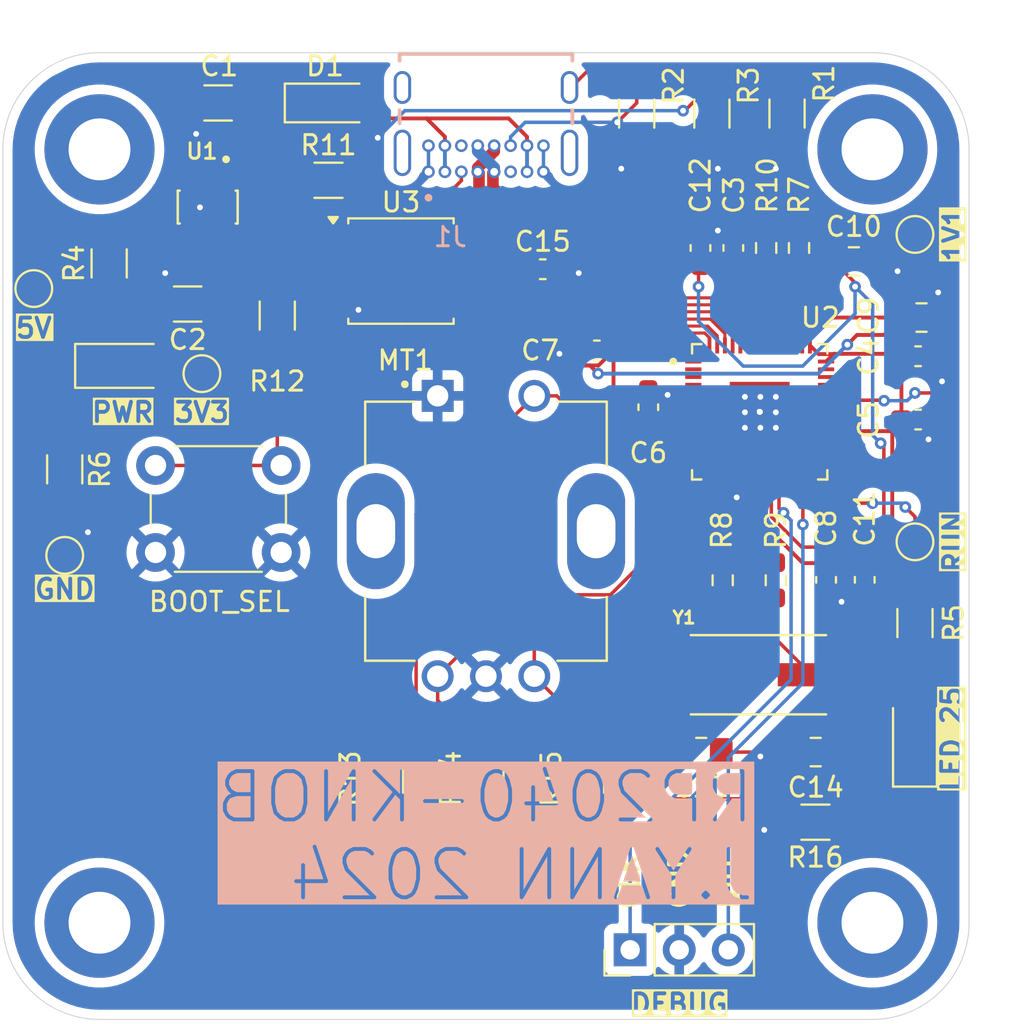
<source format=kicad_pcb>
(kicad_pcb (version 20240108) (generator "pcbnew") (generator_version "8.0")
  (layers (0 "F.Cu" signal) (31 "B.Cu" signal) (34 "B.Paste" user) (35 "F.Paste" user) (36 "B.SilkS" user "B.Silkscreen") (37 "F.SilkS" user "F.Silkscreen") (38 "B.Mask" user) (39 "F.Mask" user) (44 "Edge.Cuts" user))
  (net 0 "")
  (net 1 "+5V")
  (net 2 "GND")
  (net 3 "+3V3")
  (net 4 "+1V1")
  (net 5 "XIN")
  (net 6 "Net-(C14-Pad2)")
  (net 7 "Net-(D2-A)")
  (net 8 "Net-(D2-K)")
  (net 9 "Net-(D3-K)")
  (net 12 "USB_D-")
  (net 13 "USB_D+")
  (net 14 "Net-(J1-CC2)")
  (net 16 "Net-(J1-CC1)")
  (net 17 "Net-(J2-Pin_3)")
  (net 18 "Net-(J2-Pin_1)")
  (net 19 "ROT_A")
  (net 20 "ROT_B")
  (net 23 "ROT_SW")
  (net 24 "Net-(U1-EN)")
  (net 25 "Net-(U2-RUN)")
  (net 26 "Net-(U2-USB_DM)")
  (net 27 "XOUT")
  (net 28 "Net-(U2-USB_DP)")
  (net 29 "QSPI_CS")
  (net 30 "Net-(R12-Pad1)")
  (net 33 "QSPI_SD3")
  (net 38 "QSPI_SD2")
  (net 39 "QSPI_SD0")
  (net 46 "QSPI_SD1")
  (net 50 "QSPI_SCLK")
  (net 57 "VBUS")
  (net 63 "Net-(J1-SHELL__1)")
  (footprint "2040KNOB-Footprints:XDCR_PEC11R-4215F-S0024" (layer "F.Cu") (at 225 74.75)
    (property "Reference" "MT1")
    (property "Value" "PEC11R-4215F-S0024")
  )
  (footprint "Resistor_SMD:R_1206_3216Metric_Pad1.30x1.75mm_HandSolder" (layer "F.Cu") (at 225 87.55 90)
    (property "Reference" "R14")
    (property "Value" "1k")
  )
  (footprint "TestPoint:TestPoint_Pad_D1.5mm" (layer "F.Cu") (at 201.6 62.2)
    (property "Reference" "TP4" (hide yes))
    (property "Value" "5V")
  )
  (footprint "Capacitor_SMD:C_1206_3216Metric_Pad1.33x1.80mm_HandSolder" (layer "F.Cu") (at 211.1375 52.6 180)
    (property "Reference" "C1")
    (property "Value" "1uF")
  )
  (footprint "2040KNOB-Footprints:SOT95P285X140-5N" (layer "F.Cu") (at 210.6 57.985 -90)
    (property "Reference" "U1")
    (property "Value" "AP2112K-3.3TRG1")
  )
  (footprint "Resistor_SMD:R_1206_3216Metric_Pad1.30x1.75mm_HandSolder" (layer "F.Cu") (at 247.2 79.5 -90)
    (property "Reference" "R5")
    (property "Value" "10k")
  )
  (footprint "Resistor_SMD:R_0603_1608Metric_Pad0.98x0.95mm_HandSolder" (layer "F.Cu") (at 239.5 60.1 90)
    (property "Reference" "R10")
    (property "Value" "27.4")
  )
  (footprint "Connector_PinHeader_2.54mm:PinHeader_1x03_P2.54mm_Vertical" (layer "F.Cu") (at 232.46 96.4 90)
    (property "Reference" "J2" (hide yes))
    (property "Value" "DEBUG")
  )
  (footprint "Resistor_SMD:R_1206_3216Metric_Pad1.30x1.75mm_HandSolder" (layer "F.Cu") (at 205.5 60.9 90)
    (property "Reference" "R4")
    (property "Value" "10k")
  )
  (footprint "Resistor_SMD:R_1206_3216Metric_Pad1.30x1.75mm_HandSolder" (layer "F.Cu") (at 232.8 53.15 -90)
    (property "Reference" "R2")
    (property "Value" "5.1k")
  )
  (footprint "Capacitor_SMD:C_0603_1608Metric_Pad1.08x0.95mm_HandSolder" (layer "F.Cu") (at 247.3625 68.975)
    (property "Reference" "C5")
    (property "Value" "100n")
  )
  (footprint "MountingHole:MountingHole_3.2mm_M3_ISO7380_Pad" (layer "F.Cu") (at 205 55)
    (property "Reference" "H2" (hide yes))
    (property "Value" "MountingHole")
  )
  (footprint "Resistor_SMD:R_0603_1608Metric_Pad0.98x0.95mm_HandSolder" (layer "F.Cu") (at 241.2 60.1 90)
    (property "Reference" "R7")
    (property "Value" "27.4")
  )
  (footprint "Resistor_SMD:R_1206_3216Metric_Pad1.30x1.75mm_HandSolder" (layer "F.Cu") (at 203.2 71.55 -90)
    (property "Reference" "R6")
    (property "Value" "470")
  )
  (footprint "Resistor_SMD:R_1206_3216Metric_Pad1.30x1.75mm_HandSolder" (layer "F.Cu") (at 219.8 87.55 90)
    (property "Reference" "R13")
    (property "Value" "1k")
  )
  (footprint "2040KNOB-Footprints:XTAL_ABLS7M-12.000MHZ-B-2-T" (layer "F.Cu") (at 239.1 82.175)
    (property "Reference" "Y1")
    (property "Value" "12MHz")
  )
  (footprint "Capacitor_SMD:C_0603_1608Metric_Pad1.08x0.95mm_HandSolder" (layer "F.Cu") (at 227.9375 61.2)
    (property "Reference" "C15")
    (property "Value" "100n")
  )
  (footprint "Button_Switch_THT:SW_PUSH_6mm" (layer "F.Cu") (at 214.4 75.85 180)
    (property "Reference" "SW1" (hide yes))
    (property "Value" "BOOT_SEL")
  )
  (footprint "Capacitor_SMD:C_0603_1608Metric_Pad1.08x0.95mm_HandSolder" (layer "F.Cu") (at 244.6 77.2625 -90)
    (property "Reference" "C11")
    (property "Value" "100n")
  )
  (footprint "Resistor_SMD:R_1206_3216Metric_Pad1.30x1.75mm_HandSolder" (layer "F.Cu") (at 214.2 63.6 90)
    (property "Reference" "R12")
    (property "Value" "1k")
  )
  (footprint "Resistor_SMD:R_0603_1608Metric_Pad0.98x0.95mm_HandSolder" (layer "F.Cu") (at 237.25 77.2875 90)
    (property "Reference" "R8")
    (property "Value" "DNP")
  )
  (footprint "Diode_SMD:D_SOD-123F" (layer "F.Cu") (at 216.8 52.6)
    (property "Reference" "D1")
    (property "Value" "MBR1020VL")
  )
  (footprint "Capacitor_SMD:C_0603_1608Metric_Pad1.08x0.95mm_HandSolder" (layer "F.Cu") (at 237.8 60.1 90)
    (property "Reference" "C3")
    (property "Value" "100n")
  )
  (footprint "TestPoint:TestPoint_Pad_D1.5mm" (layer "F.Cu") (at 247.2 75.3)
    (property "Reference" "TP1" (hide yes))
    (property "Value" "RUN")
  )
  (footprint "MountingHole:MountingHole_3.2mm_M3_ISO7380_Pad" (layer "F.Cu") (at 205 95)
    (property "Reference" "H3" (hide yes))
    (property "Value" "MountingHole")
  )
  (footprint "Capacitor_SMD:C_1206_3216Metric_Pad1.33x1.80mm_HandSolder" (layer "F.Cu") (at 209.5625 63 180)
    (property "Reference" "C2")
    (property "Value" "1uF")
  )
  (footprint "Capacitor_SMD:C_0805_2012Metric_Pad1.18x1.45mm_HandSolder" (layer "F.Cu") (at 247.5375 63.7 180)
    (property "Reference" "C9")
    (property "Value" "1uF")
  )
  (footprint "TestPoint:TestPoint_Pad_D1.5mm" (layer "F.Cu") (at 210.3 66.6)
    (property "Reference" "TP3" (hide yes))
    (property "Value" "3V3")
  )
  (footprint "Capacitor_SMD:C_0603_1608Metric_Pad1.08x0.95mm_HandSolder" (layer "F.Cu") (at 230.7375 65.4 180)
    (property "Reference" "C7")
    (property "Value" "100n")
  )
  (footprint "Resistor_SMD:R_1206_3216Metric_Pad1.30x1.75mm_HandSolder" (layer "F.Cu") (at 242.05 89.8 180)
    (property "Reference" "R16")
    (property "Value" "470")
  )
  (footprint "TestPoint:TestPoint_Pad_D1.5mm" (layer "F.Cu") (at 247.2 59.4)
    (property "Reference" "TP2" (hide yes))
    (property "Value" "1V1")
  )
  (footprint "MountingHole:MountingHole_3.2mm_M3_ISO7380_Pad" (layer "F.Cu") (at 245 55)
    (property "Reference" "H1" (hide yes))
    (property "Value" "MountingHole")
  )
  (footprint "LED_SMD:LED_1206_3216Metric_Pad1.42x1.75mm_HandSolder" (layer "F.Cu") (at 247.2 85.5 90)
    (property "Reference" "D2" (hide yes))
    (property "Value" "LED_25")
  )
  (footprint "TestPoint:TestPoint_Pad_D1.5mm" (layer "F.Cu") (at 203.2 76)
    (property "Reference" "TP5" (hide yes))
    (property "Value" "GND")
  )
  (footprint "2040KNOB-Footprints:QFN40P700X700X90-57N" (layer "F.Cu") (at 239.165 68.575)
    (property "Reference" "U2")
    (property "Value" "SC0914_13_")
  )
  (footprint "LED_SMD:LED_1206_3216Metric_Pad1.42x1.75mm_HandSolder" (layer "F.Cu") (at 206.2 66.2)
    (property "Reference" "D3" (hide yes))
    (property "Value" "PWR")
  )
  (footprint "Resistor_SMD:R_1206_3216Metric_Pad1.30x1.75mm_HandSolder" (layer "F.Cu") (at 240.58 53.15 -90)
    (property "Reference" "R1")
    (property "Value" "1M")
  )
  (footprint "Capacitor_SMD:C_0603_1608Metric_Pad1.08x0.95mm_HandSolder" (layer "F.Cu") (at 247.3625 65.7)
    (property "Reference" "C4")
    (property "Value" "100n")
  )
  (footprint "Resistor_SMD:R_0603_1608Metric_Pad0.98x0.95mm_HandSolder" (layer "F.Cu") (at 240 77.2875 90)
    (property "Reference" "R9")
    (property "Value" "1k")
  )
  (footprint "Resistor_SMD:R_1206_3216Metric_Pad1.30x1.75mm_HandSolder" (layer "F.Cu") (at 216.85 56.6)
    (property "Reference" "R11")
    (property "Value" "10k")
  )
  (footprint "Package_SO:SOIC-8_5.23x5.23mm_P1.27mm" (layer "F.Cu") (at 220.6 61.295)
    (property "Reference" "U3")
    (property "Value" "W25Q16JVSS")
  )
  (footprint "Resistor_SMD:R_1206_3216Metric_Pad1.30x1.75mm_HandSolder" (layer "F.Cu") (at 236.69 53.15 -90)
    (property "Reference" "R3")
    (property "Value" "5.1k")
  )
  (footprint "Capacitor_SMD:C_0805_2012Metric_Pad1.18x1.45mm_HandSolder" (layer "F.Cu") (at 244.0375 60.8 180)
    (property "Reference" "C10")
    (property "Value" "1uF")
  )
  (footprint "MountingHole:MountingHole_3.2mm_M3_ISO7380_Pad" (layer "F.Cu") (at 245 95)
    (property "Reference" "H4" (hide yes))
    (property "Value" "MountingHole")
  )
  (footprint "Capacitor_SMD:C_0805_2012Metric_Pad1.18x1.45mm_HandSolder" (layer "F.Cu") (at 242.0625 86.175)
    (property "Reference" "C14")
    (property "Value" "27pF")
  )
  (footprint "Capacitor_SMD:C_0603_1608Metric_Pad1.08x0.95mm_HandSolder" (layer "F.Cu") (at 233.4 68.3375 90)
    (property "Reference" "C6")
    (property "Value" "100n")
  )
  (footprint "Capacitor_SMD:C_0805_2012Metric_Pad1.18x1.45mm_HandSolder" (layer "F.Cu") (at 236.1375 86.175 180)
    (property "Reference" "C13")
    (property "Value" "29pF")
  )
  (footprint "Resistor_SMD:R_1206_3216Metric_Pad1.30x1.75mm_HandSolder" (layer "F.Cu") (at 230.2 87.55 90)
    (property "Reference" "R15")
    (property "Value" "1k")
  )
  (footprint "Capacitor_SMD:C_0603_1608Metric_Pad1.08x0.95mm_HandSolder" (layer "F.Cu") (at 236.1 60.1 90)
    (property "Reference" "C12")
    (property "Value" "100n")
  )
  (footprint "Capacitor_SMD:C_0603_1608Metric_Pad1.08x0.95mm_HandSolder" (layer "F.Cu") (at 242.6 77.2625 -90)
    (property "Reference" "C8")
    (property "Value" "100n")
  )
  (footprint "USB4085_GF_A:GCT_USB4085-GF-A_REVB" (layer "B.Cu") (at 225 51.8)
    (property "Reference" "J1")
    (property "Value" "USB4085-GF-A_REVB")
  )
  (gr_arc (start 205 100) (mid 201.464466 98.535534) (end 200 95) (stroke (width 0.05)) (layer "Edge.Cuts"))
  (gr_line (start 250 95) (end 250 55) (stroke (width 0.05)) (layer "Edge.Cuts"))
  (gr_arc (start 250 95) (mid 248.535534 98.535534) (end 245 100) (stroke (width 0.05)) (layer "Edge.Cuts"))
  (gr_arc (start 245 50) (mid 248.535534 51.464466) (end 250 55) (stroke (width 0.05)) (layer "Edge.Cuts"))
  (gr_arc (start 200 55) (mid 201.464466 51.464466) (end 205 50) (stroke (width 0.05)) (layer "Edge.Cuts"))
  (gr_line (start 200 55) (end 200 95) (stroke (width 0.05)) (layer "Edge.Cuts"))
  (gr_line (start 205 100) (end 245 100) (stroke (width 0.05)) (layer "Edge.Cuts"))
  (gr_line (start 245 50) (end 205 50) (stroke (width 0.05)) (layer "Edge.Cuts"))
  (gr_text "RP2040-KNOB\nJ.YANN 2024" (at 239 94 0) (layer "B.SilkS" knockout) (effects (font (size 2.5 2.5) (thickness 0.2) (bold yes)) (justify left bottom mirror)))
  (gr_text "CLK" (at 233 94.4 90) (layer "F.SilkS") (effects (font (size 1 1) (thickness 0.2) (bold yes)) (justify left bottom)))
  (gr_text "GND" (at 235.6 94.4 90) (layer "F.SilkS") (effects (font (size 1 1) (thickness 0.2) (bold yes)) (justify left bottom)))
  (gr_text "DIO" (at 238.2 94.4 90) (layer "F.SilkS") (effects (font (size 1 1) (thickness 0.2) (bold yes)) (justify left bottom)))
  (segment (start 212.7 52.6) (end 212.7 55.65) (width 0.2) (layer "F.Cu") (net 1))
  (segment (start 208.255 60.145) (end 210.04915 60.145) (width 0.2) (layer "F.Cu") (net 1))
  (segment (start 205.5 62.45) (end 205.95 62.45) (width 0.2) (layer "F.Cu") (net 1))
  (segment (start 205.95 62.45) (end 208.255 60.145) (width 0.2) (layer "F.Cu") (net 1))
  (segment (start 210.8 58.224999) (end 211.55 57.474999) (width 0.2) (layer "F.Cu") (net 1))
  (segment (start 212.7 55.65) (end 211.55 56.8) (width 0.2) (layer "F.Cu") (net 1))
  (segment (start 210.8 59.39415) (end 210.8 58.224999) (width 0.2) (layer "F.Cu") (net 1))
  (segment (start 215.4 52.6) (end 212.7 52.6) (width 0.2) (layer "F.Cu") (net 1))
  (segment (start 210.04915 60.145) (end 210.8 59.39415) (width 0.2) (layer "F.Cu") (net 1))
  (segment (start 205.5 62.45) (end 201.85 62.45) (width 0.2) (layer "F.Cu") (net 1))
  (segment (start 201.85 62.45) (end 201.6 62.2) (width 0.2) (layer "F.Cu") (net 1))
  (segment (start 211.55 57.474999) (end 211.55 56.8) (width 0.2) (layer "F.Cu") (net 1))
  (segment (start 232.8 55.2) (end 232 56) (width 0.18) (layer "F.Cu") (net 2))
  (segment (start 248.575 62.575) (end 248.4 62.4) (width 0.18) (layer "F.Cu") (net 2))
  (segment (start 218.3 63.2) (end 218.4 63.3) (width 0.18) (layer "F.Cu") (net 2))
  (segment (start 232.8 54.7) (end 232.8 55.2) (width 0.18) (layer "F.Cu") (net 2))
  (segment (start 248.225 69.675) (end 247.9 70) (width 0.18) (layer "F.Cu") (net 2))
  (segment (start 210.6 56.8) (end 210.6 57.6) (width 0.18) (layer "F.Cu") (net 2))
  (segment (start 245.8 60.8) (end 246.3 61.3) (width 0.18) (layer "F.Cu") (net 2))
  (segment (start 243.675 78.125) (end 243.4 78.4) (width 0.18) (layer "F.Cu") (net 2))
  (segment (start 241.025 86.175) (end 239.425 86.175) (width 0.18) (layer "F.Cu") (net 2))
  (segment (start 240.58 54.7) (end 240.58 55.42) (width 0.18) (layer "F.Cu") (net 2))
  (segment (start 237 59.2) (end 236.1375 59.2) (width 0.18) (layer "F.Cu") (net 2))
  (segment (start 244.6 78.125) (end 243.675 78.125) (width 0.18) (layer "F.Cu") (net 2))
  (segment (start 236.69 55.69) (end 237 56) (width 0.18) (layer "F.Cu") (net 2))
  (segment (start 236.69 54.7) (end 236.69 55.69) (width 0.18) (layer "F.Cu") (net 2))
  (segment (start 237.8 59.2375) (end 237.0375 59.2375) (width 0.18) (layer "F.Cu") (net 2))
  (segment (start 209.575 53.775) (end 209.575 52.6) (width 0.18) (layer "F.Cu") (net 2))
  (segment (start 203.2 76) (end 204.4 74.8) (width 0.18) (layer "F.Cu") (net 2))
  (segment (start 237.0375 59.2375) (end 237 59.2) (width 0.18) (layer "F.Cu") (net 2))
  (segment (start 210.6 57.6) (end 210.2 58) (width 0.18) (layer "F.Cu") (net 2))
  (segment (start 238.975 86.175) (end 239.2 86.4) (width 0.18) (layer "F.Cu") (net 2))
  (segment (start 239.425 86.175) (end 239.2 86.4) (width 0.18) (layer "F.Cu") (net 2))
  (segment (start 243.125 78.125) (end 243.4 78.4) (width 0.18) (layer "F.Cu") (net 2))
  (segment (start 233.4 67.475) (end 234.175 67.475) (width 0.18) (layer "F.Cu") (net 2))
  (segment (start 228.8 61.2) (end 229.6 61.2) (width 0.18) (layer "F.Cu") (net 2))
  (segment (start 245.075 60.8) (end 245.8 60.8) (width 0.18) (layer "F.Cu") (net 2))
  (segment (start 210 54.2) (end 209.575 53.775) (width 0.18) (layer "F.Cu") (net 2))
  (segment (start 240.58 55.42) (end 240 56) (width 0.18) (layer "F.Cu") (net 2))
  (segment (start 208 63) (end 208 61.8) (width 0.18) (layer "F.Cu") (net 2))
  (segment (start 248.225 66.625) (end 248.225 65.7) (width 0.18) (layer "F.Cu") (net 2))
  (segment (start 229.875 65.4) (end 228.975 65.4) (width 0.18) (layer "F.Cu") (net 2))
  (segment (start 248.575 63.7) (end 248.575 62.575) (width 0.18) (layer "F.Cu") (net 2))
  (segment (start 234.175 67.475) (end 234.4 67.7) (width 0.18) (layer "F.Cu") (net 2))
  (segment (start 236.1375 59.2) (end 236.1 59.2375) (width 0.18) (layer "F.Cu") (net 2))
  (segment (start 238.165 72.81) (end 237.975 73) (width 0.18) (layer "F.Cu") (net 2))
  (segment (start 217 63.2) (end 218.3 63.2) (width 0.18) (layer "F.Cu") (net 2))
  (segment (start 203.2 73.1) (end 203.2 73.6) (width 0.18) (layer "F.Cu") (net 2))
  (segment (start 242.6 78.125) (end 243.125 78.125) (width 0.18) (layer "F.Cu") (net 2))
  (segment (start 228.975 65.4) (end 228.8 65.575) (width 0.18) (layer "F.Cu") (net 2))
  (segment (start 240.5 89.8) (end 239.8 89.8) (width 0.18) (layer "F.Cu") (net 2))
  (segment (start 238.165 72.01) (end 238.165 72.81) (width 0.18) (layer "F.Cu") (net 2))
  (segment (start 239.8 89.8) (end 239.4 90.2) (width 0.18) (layer "F.Cu") (net 2))
  (segment (start 203.2 73.6) (end 204.4 74.8) (width 0.18) (layer "F.Cu") (net 2))
  (segment (start 248.225 68.975) (end 248.225 69.675) (width 0.18) (layer "F.Cu") (net 2))
  (segment (start 208 61.8) (end 208.4 61.4) (width 0.18) (layer "F.Cu") (net 2))
  (segment (start 229.6 61.2) (end 229.8 61.4) (width 0.18) (layer "F.Cu") (net 2))
  (segment (start 248.6 67) (end 248.225 66.625) (width 0.18) (layer "F.Cu") (net 2))
  (segment (start 237.175 86.175) (end 238.975 86.175) (width 0.18) (layer "F.Cu") (net 2))
  (via (at 240 69.4) (size 0.6) (drill 0.3) (layers "F.Cu" "B.Cu") (net 2))
  (via (at 238.4 68.6) (size 0.6) (drill 0.3) (layers "F.Cu" "B.Cu") (net 2))
  (via (at 239.165 68.575) (size 0.6) (drill 0.3) (layers "F.Cu" "B.Cu") (net 2))
  (via (at 247.9 70) (size 0.6) (drill 0.3) (layers "F.Cu" "B.Cu") (net 2))
  (via (at 239.2 67.8) (size 0.6) (drill 0.3) (layers "F.Cu" "B.Cu") (net 2))
  (via (at 238.4 67.8) (size 0.6) (drill 0.3) (layers "F.Cu" "B.Cu") (net 2))
  (via (at 229.8 61.4) (size 0.6) (drill 0.3) (layers "F.Cu" "B.Cu") (net 2))
  (via (at 239.165 68.575) (size 0.6) (drill 0.3) (layers "F.Cu" "B.Cu") (net 2))
  (via (at 239.165 68.575) (size 0.6) (drill 0.3) (layers "F.Cu" "B.Cu") (net 2))
  (via (at 240 67.8) (size 0.6) (drill 0.3) (layers "F.Cu" "B.Cu") (net 2))
  (via (at 239.165 68.575) (size 0.6) (drill 0.3) (layers "F.Cu" "B.Cu") (net 2))
  (via (at 239.2 69.4) (size 0.6) (drill 0.3) (layers "F.Cu" "B.Cu") (net 2))
  (via (at 246.3 61.3) (size 0.6) (drill 0.3) (layers "F.Cu" "B.Cu") (net 2))
  (via (at 239.165 68.575) (size 0.6) (drill 0.3) (layers "F.Cu" "B.Cu") (net 2))
  (via (at 240 56) (size 0.6) (drill 0.3) (layers "F.Cu" "B.Cu") (net 2))
  (via (at 240 68.6) (size 0.6) (drill 0.3) (layers "F.Cu" "B.Cu") (net 2))
  (via (at 239.165 68.575) (size 0.6) (drill 0.3) (layers "F.Cu" "B.Cu") (net 2))
  (via (at 208.4 61.4) (size 0.6) (drill 0.3) (layers "F.Cu" "B.Cu") (net 2))
  (via (at 239.165 68.575) (size 0.6) (drill 0.3) (layers "F.Cu" "B.Cu") (net 2))
  (via (at 237 56) (size 0.6) (drill 0.3) (layers "F.Cu" "B.Cu") (net 2))
  (via (at 232 56) (size 0.6) (drill 0.3) (layers "F.Cu" "B.Cu") (net 2))
  (via (at 243.4 78.4) (size 0.6) (drill 0.3) (layers "F.Cu" "B.Cu") (net 2))
  (via (at 239.165 68.575) (size 0.6) (drill 0.3) (layers "F.Cu" "B.Cu") (net 2))
  (via (at 239.4 90.2) (size 0.6) (drill 0.3) (layers "F.Cu" "B.Cu") (net 2))
  (via (at 210.2 58) (size 0.6) (drill 0.3) (layers "F.Cu" "B.Cu") (net 2))
  (via (at 210 54.2) (size 0.6) (drill 0.3) (layers "F.Cu" "B.Cu") (net 2))
  (via (at 239.165 68.575) (size 0.6) (drill 0.3) (layers "F.Cu" "B.Cu") (net 2))
  (via (at 239.2 86.4) (size 0.6) (drill 0.3) (layers "F.Cu" "B.Cu") (net 2))
  (via (at 237 59.2) (size 0.6) (drill 0.3) (layers "F.Cu" "B.Cu") (net 2))
  (via (at 237.975 73) (size 0.6) (drill 0.3) (layers "F.Cu" "B.Cu") (net 2))
  (via (at 238.4 69.4) (size 0.6) (drill 0.3) (layers "F.Cu" "B.Cu") (net 2))
  (via (at 248.4 62.4) (size 0.6) (drill 0.3) (layers "F.Cu" "B.Cu") (net 2))
  (via (at 239.165 68.575) (size 0.6) (drill 0.3) (layers "F.Cu" "B.Cu") (net 2))
  (via (at 248.6 67) (size 0.6) (drill 0.3) (layers "F.Cu" "B.Cu") (net 2))
  (via (at 218.4 63.3) (size 0.6) (drill 0.3) (layers "F.Cu" "B.Cu") (net 2))
  (via (at 228.8 65.575) (size 0.6) (drill 0.3) (layers "F.Cu" "B.Cu") (net 2))
  (via (at 234.4 67.7) (size 0.6) (drill 0.3) (layers "F.Cu" "B.Cu") (net 2))
  (via (at 239.165 68.575) (size 0.6) (drill 0.3) (layers "F.Cu" "B.Cu") (net 2))
  (via (at 239.165 68.575) (size 0.6) (drill 0.3) (layers "F.Cu" "B.Cu") (net 2))
  (via (at 204.4 74.8) (size 0.6) (drill 0.3) (layers "F.Cu" "B.Cu") (net 2))
  (segment (start 222.025 56.16) (end 222.025 54.81) (width 0.18) (layer "B.Cu") (net 2))
  (segment (start 227.975 56.16) (end 227.975 54.81) (width 0.18) (layer "B.Cu") (net 2))
  (segment (start 211.55 59.17) (end 211.55 58.495001) (width 0.2) (layer "F.Cu") (net 3))
  (segment (start 243.7 65.1) (end 244.2 64.6) (width 0.2) (layer "F.Cu") (net 3))
  (segment (start 220.4 58.6) (end 225 58.6) (width 0.2) (layer "F.Cu") (net 3))
  (segment (start 246.5 68.975) (end 246.025 69.45) (width 0.2) (layer "F.Cu") (net 3))
  (segment (start 211.125 63) (end 213.859744 63) (width 0.2) (layer "F.Cu") (net 3))
  (segment (start 235.155 65.4) (end 235.73 65.975) (width 0.2) (layer "F.Cu") (net 3))
  (segment (start 246.025 76.279222) (end 246.025 76.1) (width 0.2) (layer "F.Cu") (net 3))
  (segment (start 237.8 60.9625) (end 237.8 62) (width 0.2) (layer "F.Cu") (net 3))
  (segment (start 211.55 59.17) (end 211.55 62.575) (width 0.2) (layer "F.Cu") (net 3))
  (segment (start 231.6 65.4) (end 234.3 65.4) (width 0.2) (layer "F.Cu") (net 3))
  (segment (start 239.365 74.365) (end 239.365 72.01) (width 0.2) (layer "F.Cu") (net 3))
  (segment (start 217.034744 66.175) (end 230 66.175) (width 0.2) (layer "F.Cu") (net 3))
  (segment (start 233.4 69.2) (end 231.6 67.4) (width 0.2) (layer "F.Cu") (net 3))
  (segment (start 231.6 67.4) (end 231.6 65.4) (width 0.2) (layer "F.Cu") (net 3))
  (segment (start 225 58.6) (end 226.525 60.125) (width 0.2) (layer "F.Cu") (net 3))
  (segment (start 242.6 69.575) (end 245.9 69.575) (width 0.2) (layer "F.Cu") (net 3))
  (segment (start 233.4 69.2) (end 233.775 69.575) (width 0.2) (layer "F.Cu") (net 3))
  (segment (start 242.2 63.7) (end 241.365 64.535) (width 0.2) (layer "F.Cu") (net 3))
  (segment (start 241.4 76.4) (end 239.365 74.365) (width 0.2) (layer "F.Cu") (net 3))
  (segment (start 246.5 68.975) (end 246.5 65.7) (width 0.2) (layer "F.Cu") (net 3))
  (segment (start 237.8 62) (end 239.5 63.7) (width 0.2) (layer "F.Cu") (net 3))
  (segment (start 239.365 64.235) (end 239.365 65.14) (width 0.2) (layer "F.Cu") (net 3))
  (segment (start 217.2 55.4) (end 218.4 56.6) (width 0.2) (layer "F.Cu") (net 3))
  (segment (start 211.55 58.495001) (end 214.645001 55.4) (width 0.2) (layer "F.Cu") (net 3))
  (segment (start 246.025 76.1) (end 246.025 79.875) (width 0.2) (layer "F.Cu") (net 3))
  (segment (start 211.55 62.575) (end 211.125 63) (width 0.2) (layer "F.Cu") (net 3))
  (segment (start 246.375 65.575) (end 243 65.575) (width 0.2) (layer "F.Cu") (net 3))
  (segment (start 225.265 59.39) (end 224.2 59.39) (width 0.2) (layer "F.Cu") (net 3))
  (segment (start 243.9875 86.884744) (end 242.272244 88.6) (width 0.2) (layer "F.Cu") (net 3))
  (segment (start 211.125 63) (end 207.925 66.2) (width 0.2) (layer "F.Cu") (net 3))
  (segment (start 239.5 64.1) (end 239.365 64.235) (width 0.2) (layer "F.Cu") (net 3))
  (segment (start 242.2125 65.5875) (end 241.765 65.14) (width 0.2) (layer "F.Cu") (net 3))
  (segment (start 247.2 81.9) (end 243.9875 85.1125) (width 0.2) (layer "F.Cu") (net 3))
  (segment (start 243.9875 85.1125) (end 243.9875 86.884744) (width 0.2) (layer "F.Cu") (net 3))
  (segment (start 224.39 59.2) (end 224.2 59.39) (width 0.2) (layer "F.Cu") (net 3))
  (segment (start 218.4 56.6) (end 220.4 58.6) (width 0.2) (layer "F.Cu") (net 3))
  (segment (start 227.25 61.2) (end 228.325 60.125) (width 0.2) (layer "F.Cu") (net 3))
  (segment (start 239.5 63.7) (end 239.5 64.1) (width 0.2) (layer "F.Cu") (net 3))
  (segment (start 211.125 65.775) (end 210.3 66.6) (width 0.2) (layer "F.Cu") (net 3))
  (segment (start 219.8 89.1) (end 225 89.1) (width 0.2) (layer "F.Cu") (net 3))
  (segment (start 247.2 81.05) (end 247.2 81.9) (width 0.2) (layer "F.Cu") (net 3))
  (segment (start 242.9875 65.5875) (end 242.2125 65.5875) (width 0.2) (layer "F.Cu") (net 3))
  (segment (start 245.6 64.6) (end 246.5 63.7) (width 0.2) (layer "F.Cu") (net 3))
  (segment (start 230.7 88.6) (end 230.2 89.1) (width 0.2) (layer "F.Cu") (net 3))
  (segment (start 246.025 79.875) (end 247.2 81.05) (width 0.2) (layer "F.Cu") (net 3))
  (segment (start 227.075 61.2) (end 227.25 61.2) (width 0.2) (layer "F.Cu") (net 3))
  (segment (start 225 89.1) (end 230.2 89.1) (width 0.2) (layer "F.Cu") (net 3))
  (segment (start 227.075 61.2) (end 225.265 59.39) (width 0.2) (layer "F.Cu") (net 3))
  (segment (start 242.6 76.4) (end 243.4375 77.2375) (width 0.2) (layer "F.Cu") (net 3))
  (segment (start 219.8 89.1) (end 218.8 89.1) (width 0.2) (layer "F.Cu") (net 3))
  (segment (start 245.9 69.575) (end 246.5 68.975) (width 0.2) (layer "F.Cu") (net 3))
  (segment (start 242.272244 88.6) (end 230.7 88.6) (width 0.2) (layer "F.Cu") (net 3))
  (segment (start 226.525 60.125) (end 228.325 60.125) (width 0.2) (layer "F.Cu") (net 3))
  (segment (start 246.5 63.7) (end 246.5 65.7) (width 0.2) (layer "F.Cu") (net 3))
  (segment (start 211.125 63) (end 211.125 65.775) (width 0.2) (layer "F.Cu") (net 3))
  (segment (start 245.066722 77.2375) (end 246.025 76.279222) (width 0.2) (layer "F.Cu") (net 3))
  (segment (start 244.2 64.6) (end 245.6 64.6) (width 0.2) (layer "F.Cu") (net 3))
  (segment (start 230.375 66.175) (end 230.8 66.6) (width 0.2) (layer "F.Cu") (net 3))
  (segment (start 207.925 66.2) (end 207.6875 66.2) (width 0.2) (layer "F.Cu") (net 3))
  (segment (start 246.5 63.7) (end 242.2 63.7) (width 0.2) (layer "F.Cu") (net 3))
  (segment (start 246.025 69.45) (end 246.025 76.1) (width 0.2) (layer "F.Cu") (net 3))
  (segment (start 241.365 64.535) (end 241.365 65.14) (width 0.2) (layer "F.Cu") (net 3))
  (segment (start 243.4375 77.2375) (end 245.066722 77.2375) (width 0.2) (layer "F.Cu") (net 3))
  (segment (start 214.645001 55.4) (end 217.2 55.4) (width 0.2) (layer "F.Cu") (net 3))
  (segment (start 230 66.175) (end 230.825 66.175) (width 0.2) (layer "F.Cu") (net 3))
  (segment (start 239.5 64.1) (end 239.765 64.365) (width 0.2) (layer "F.Cu") (net 3))
  (segment (start 234.3 65.4) (end 235.155 65.4) (width 0.2) (layer "F.Cu") (net 3))
  (segment (start 243 65.575) (end 242.6 65.975) (width 0.2) (layer "F.Cu") (net 3))
  (segment (start 243 65.575) (end 242.9875 65.5875) (width 0.2) (layer "F.Cu") (net 3))
  (segment (start 230.825 66.175) (end 231.6 65.4) (width 0.2) (layer "F.Cu") (net 3))
  (segment (start 239.765 64.365) (end 239.765 65.14) (width 0.2) (layer "F.Cu") (net 3))
  (segment (start 205.4 68.4875) (end 207.6875 66.2) (width 0.2) (layer "F.Cu") (net 3))
  (segment (start 246.5 65.7) (end 246.375 65.575) (width 0.2) (layer "F.Cu") (net 3))
  (segment (start 242.6 76.4) (end 241.4 76.4) (width 0.2) (layer "F.Cu") (net 3))
  (segment (start 236.9625 60.125) (end 237.8 60.9625) (width 0.2) (layer "F.Cu") (net 3))
  (segment (start 233.775 69.575) (end 235.73 69.575) (width 0.2) (layer "F.Cu") (net 3))
  (segment (start 213.859744 63) (end 217.034744 66.175) (width 0.2) (layer "F.Cu") (net 3))
  (segment (start 230 66.175) (end 230.375 66.175) (width 0.2) (layer "F.Cu") (net 3))
  (segment (start 205.4 75.7) (end 205.4 68.4875) (width 0.2) (layer "F.Cu") (net 3))
  (segment (start 218.8 89.1) (end 205.4 75.7) (width 0.2) (layer "F.Cu") (net 3))
  (segment (start 228.325 60.125) (end 236.9625 60.125) (width 0.2) (layer "F.Cu") (net 3))
  (via (at 243.7 65.1) (size 0.6) (drill 0.3) (layers "F.Cu" "B.Cu") (net 3))
  (via (at 230.8 66.6) (size 0.6) (drill 0.3) (layers "F.Cu" "B.Cu") (net 3))
  (segment (start 230.8 66.6) (end 242.2 66.6) (width 0.2) (layer "B.Cu") (net 3))
  (segment (start 242.2 66.6) (end 243.7 65.1) (width 0.2) (layer "B.Cu") (net 3))
  (segment (start 244.1 61.9) (end 243 60.8) (width 0.18) (layer "F.Cu") (net 4))
  (segment (start 239.765 73.999387) (end 241.338113 75.5725) (width 0.18) (layer "F.Cu") (net 4))
  (segment (start 244.6 76.4) (end 245.59 75.41) (width 0.18) (layer "F.Cu") (net 4))
  (segment (start 243 60.8) (end 243 62.348456) (width 0.18) (layer "F.Cu") (net 4))
  (segment (start 247.2 59.4) (end 244.4 59.4) (width 0.18) (layer "F.Cu") (net 4))
  (segment (start 243.7725 75.5725) (end 244.6 76.4) (width 0.18) (layer "F.Cu") (net 4))
  (segment (start 236 62.1) (end 236 61.0625) (width 0.18) (layer "F.Cu") (net 4))
  (segment (start 244.4 59.4) (end 243 60.8) (width 0.18) (layer "F.Cu") (net 4))
  (segment (start 236 61.0625) (end 236.1 60.9625) (width 0.18) (layer "F.Cu") (net 4))
  (segment (start 245.59 70.365) (end 245.425 70.2) (width 0.18) (layer "F.Cu") (net 4))
  (segment (start 244.1 62.1) (end 244.1 61.9) (width 0.18) (layer "F.Cu") (net 4))
  (segment (start 241.338113 75.5725) (end 243.7725 75.5725) (width 0.18) (layer "F.Cu") (net 4))
  (segment (start 245.59 75.41) (end 245.59 70.365) (width 0.18) (layer "F.Cu") (net 4))
  (segment (start 243 62.348456) (end 240.965 64.383456) (width 0.18) (layer "F.Cu") (net 4))
  (segment (start 236.1 60.9625) (end 238.965 63.8275) (width 0.18) (layer "F.Cu") (net 4))
  (segment (start 238.965 63.8275) (end 238.965 65.14) (width 0.18) (layer "F.Cu") (net 4))
  (segment (start 239.765 72.01) (end 239.765 73.999387) (width 0.18) (layer "F.Cu") (net 4))
  (segment (start 240.965 64.383456) (end 240.965 65.14) (width 0.18) (layer "F.Cu") (net 4))
  (via (at 236 62.1) (size 0.6) (drill 0.3) (layers "F.Cu" "B.Cu") (net 4))
  (via (at 245.425 70.2) (size 0.6) (drill 0.3) (layers "F.Cu" "B.Cu") (net 4))
  (via (at 244.1 62.1) (size 0.6) (drill 0.3) (layers "F.Cu" "B.Cu") (net 4))
  (segment (start 245.425 70.2) (end 245.01 69.785) (width 0.18) (layer "B.Cu") (net 4))
  (segment (start 241.39 66.21) (end 244.1 63.5) (width 0.18) (layer "B.Cu") (net 4))
  (segment (start 245.01 69.785) (end 245.01 63.01) (width 0.18) (layer "B.Cu") (net 4))
  (segment (start 245.01 63.01) (end 244.1 62.1) (width 0.18) (layer "B.Cu") (net 4))
  (segment (start 244.1 63.5) (end 244.1 62.1) (width 0.18) (layer "B.Cu") (net 4))
  (segment (start 236 62.1) (end 236 63.9) (width 0.18) (layer "B.Cu") (net 4))
  (segment (start 238.31 66.21) (end 241.39 66.21) (width 0.18) (layer "B.Cu") (net 4))
  (segment (start 236 63.9) (end 238.31 66.21) (width 0.18) (layer "B.Cu") (net 4))
  (segment (start 236.35 79.1) (end 237.25 78.2) (width 0.18) (layer "F.Cu") (net 5))
  (segment (start 235.1 83.425) (end 236.35 82.175) (width 0.18) (layer "F.Cu") (net 5))
  (segment (start 238.565 72.01) (end 238.565 73.819922) (width 0.18) (layer "F.Cu") (net 5))
  (segment (start 236.35 76.034922) (end 236.35 79.1) (width 0.18) (layer "F.Cu") (net 5))
  (segment (start 236.35 82.175) (end 236.35 79.1) (width 0.18) (layer "F.Cu") (net 5))
  (segment (start 235.1 86.175) (end 235.1 83.425) (width 0.18) (layer "F.Cu") (net 5))
  (segment (start 238.565 73.819922) (end 236.35 76.034922) (width 0.18) (layer "F.Cu") (net 5))
  (segment (start 240 80.325) (end 241.85 82.175) (width 0.18) (layer "F.Cu") (net 6))
  (segment (start 240 78.2) (end 240 80.325) (width 0.18) (layer "F.Cu") (net 6))
  (segment (start 243.1 83.5) (end 243.1 86.175) (width 0.18) (layer "F.Cu") (net 6))
  (segment (start 241.85 82.175) (end 241.85 82.25) (width 0.18) (layer "F.Cu") (net 6))
  (segment (start 241.85 82.25) (end 243.1 83.5) (width 0.18) (layer "F.Cu") (net 6))
  (segment (start 248.140078 67.6) (end 249.0525 68.512422) (width 0.18) (layer "F.Cu") (net 7))
  (segment (start 242.6 67.975) (end 245.575 67.975) (width 0.18) (layer "F.Cu") (net 7))
  (segment (start 247.2 67.6) (end 248.140078 67.6) (width 0.18) (layer "F.Cu") (net 7))
  (segment (start 249.0525 82.16) (end 247.2 84.0125) (width 0.18) (layer "F.Cu") (net 7))
  (segment (start 245.575 67.975) (end 245.6 68) (width 0.18) (layer "F.Cu") (net 7))
  (segment (start 249.0525 68.512422) (end 249.0525 82.16) (width 0.18) (layer "F.Cu") (net 7))
  (via (at 247.2 67.6) (size 0.6) (drill 0.3) (layers "F.Cu" "B.Cu") (net 7))
  (via (at 245.6 68) (size 0.6) (drill 0.3) (layers "F.Cu" "B.Cu") (net 7))
  (segment (start 245.6 68) (end 246.8 68) (width 0.18) (layer "B.Cu") (net 7))
  (segment (start 246.8 68) (end 247.2 67.6) (width 0.18) (layer "B.Cu") (net 7))
  (segment (start 247.2 86.9875) (end 244.3875 89.8) (width 0.18) (layer "F.Cu") (net 8))
  (segment (start 244.3875 89.8) (end 243.6 89.8) (width 0.18) (layer "F.Cu") (net 8))
  (segment (start 204.7125 68.4875) (end 203.2 70) (width 0.18) (layer "F.Cu") (net 9))
  (segment (start 204.7125 66.2) (end 204.7125 68.4875) (width 0.18) (layer "F.Cu") (net 9))
  (segment (start 241.2 59.175) (end 240.71 58.685) (width 0.6) (layer "F.Cu") (net 12))
  (segment (start 225.36 56.225) (end 225.425 56.16) (width 0.6) (layer "F.Cu") (net 12))
  (segment (start 232.850882 57.04) (end 232.150882 57.74) (width 0.6) (layer "F.Cu") (net 12))
  (segment (start 240.71 58.685) (end 240.71 58.200882) (width 0.6) (layer "F.Cu") (net 12))
  (segment (start 241.2 59.1875) (end 241.2 59.175) (width 0.6) (layer "F.Cu") (net 12))
  (segment (start 225.36 56.980239) (end 225.36 56.225) (width 0.6) (layer "F.Cu") (net 12))
  (segment (start 232.150882 57.74) (end 226.119761 57.74) (width 0.6) (layer "F.Cu") (net 12))
  (segment (start 240.71 58.200882) (end 239.549118 57.04) (width 0.6) (layer "F.Cu") (net 12))
  (segment (start 239.549118 57.04) (end 232.850882 57.04) (width 0.6) (layer "F.Cu") (net 12))
  (segment (start 226.119761 57.74) (end 225.36 56.980239) (width 0.6) (layer "F.Cu") (net 12))
  (segment (start 225.425 55.94934) (end 224.575 55.09934) (width 0.6) (layer "B.Cu") (net 12))
  (segment (start 224.575 55.09934) (end 224.575 54.81) (width 0.6) (layer "B.Cu") (net 12))
  (segment (start 225.425 56.16) (end 225.425 55.94934) (width 0.6) (layer "B.Cu") (net 12))
  (segment (start 224.575 56.16) (end 224.575 55.94934) (width 0.6) (layer "F.Cu") (net 13))
  (segment (start 224.64 57.278475) (end 224.64 56.225) (width 0.6) (layer "F.Cu") (net 13))
  (segment (start 239.5 59.1875) (end 239.5 59.175) (width 0.6) (layer "F.Cu") (net 13))
  (segment (start 239.99 58.499118) (end 239.250882 57.76) (width 0.6) (layer "F.Cu") (net 13))
  (segment (start 224.575 55.94934) (end 225.425 55.09934) (width 0.6) (layer "F.Cu") (net 13))
  (segment (start 225.821525 58.46) (end 224.64 57.278475) (width 0.6) (layer "F.Cu") (net 13))
  (segment (start 232.449118 58.46) (end 225.821525 58.46) (width 0.6) (layer "F.Cu") (net 13))
  (segment (start 239.5 59.175) (end 239.99 58.685) (width 0.6) (layer "F.Cu") (net 13))
  (segment (start 224.64 56.225) (end 224.575 56.16) (width 0.6) (layer "F.Cu") (net 13))
  (segment (start 233.149118 57.76) (end 232.449118 58.46) (width 0.6) (layer "F.Cu") (net 13))
  (segment (start 239.250882 57.76) (end 233.149118 57.76) (width 0.6) (layer "F.Cu") (net 13))
  (segment (start 225.425 55.09934) (end 225.425 54.81) (width 0.6) (layer "F.Cu") (net 13))
  (segment (start 239.99 58.685) (end 239.99 58.499118) (width 0.6) (layer "F.Cu") (net 13))
  (segment (start 232.8 52.6) (end 232.8 51.6) (width 0.18) (layer "F.Cu") (net 14))
  (segment (start 231.8 53.6) (end 232.8 52.6) (width 0.18) (layer "F.Cu") (net 14))
  (via (at 231.8 53.6) (size 0.6) (drill 0.3) (layers "F.Cu" "B.Cu") (net 14))
  (via (at 231.8 53.6) (size 0.6) (drill 0.3) (layers "F.Cu" "B.Cu") (net 14))
  (segment (start 226.275 54.81) (end 226.275 54.350381) (width 0.18) (layer "B.Cu") (net 14))
  (segment (start 226.275 54.350381) (end 227.025381 53.6) (width 0.18) (layer "B.Cu") (net 14))
  (segment (start 227.025381 53.6) (end 231.8 53.6) (width 0.18) (layer "B.Cu") (net 14))
  (segment (start 223.144619 57.2) (end 220.2 57.2) (width 0.18) (layer "F.Cu") (net 16))
  (segment (start 235.2 53) (end 235.29 53) (width 0.18) (layer "F.Cu") (net 16))
  (segment (start 220.2 57.2) (end 219.4 56.4) (width 0.18) (layer "F.Cu") (net 16))
  (segment (start 223.725 56.619619) (end 223.144619 57.2) (width 0.18) (layer "F.Cu") (net 16))
  (segment (start 219.4 56.4) (end 219.4 54.4) (width 0.18) (layer "F.Cu") (net 16))
  (segment (start 223.725 56.16) (end 223.725 56.619619) (width 0.18) (layer "F.Cu") (net 16))
  (segment (start 235.29 53) (end 236.69 51.6) (width 0.18) (layer "F.Cu") (net 16))
  (via (at 235.2 53) (size 0.6) (drill 0.3) (layers "F.Cu" "B.Cu") (net 16))
  (via (at 219.4 54.4) (size 0.6) (drill 0.3) (layers "F.Cu" "B.Cu") (net 16))
  (segment (start 219.4 54.4) (end 220.8 53) (width 0.18) (layer "B.Cu") (net 16))
  (segment (start 230.9 53) (end 235.2 53) (width 0.18) (layer "B.Cu") (net 16))
  (segment (start 220.8 53) (end 230.9 53) (width 0.18) (layer "B.Cu") (net 16))
  (segment (start 241.4 73.498572) (end 240.565 72.663572) (width 0.18) (layer "F.Cu") (net 17))
  (segment (start 240.565 72.663572) (end 240.565 72.01) (width 0.18) (layer "F.Cu") (net 17))
  (segment (start 241.4 74.4) (end 241.4 73.498572) (width 0.18) (layer "F.Cu") (net 17))
  (via (at 241.4 74.4) (size 0.6) (drill 0.3) (layers "F.Cu" "B.Cu") (net 17))
  (segment (start 237.54 96.4) (end 237.54 86.46) (width 0.18) (layer "B.Cu") (net 17))
  (segment (start 237.54 86.46) (end 241.4 82.6) (width 0.18) (layer "B.Cu") (net 17))
  (segment (start 241.4 82.6) (end 241.4 74.4) (width 0.18) (layer "B.Cu") (net 17))
  (segment (start 240.165 73.565) (end 240.4 73.8) (width 0.18) (layer "F.Cu") (net 18))
  (segment (start 240.165 72.01) (end 240.165 73.565) (width 0.18) (layer "F.Cu") (net 18))
  (via (at 240.4 73.8) (size 0.6) (drill 0.3) (layers "F.Cu" "B.Cu") (net 18))
  (segment (start 240.4 73.8) (end 240.79 74.19) (width 0.18) (layer "B.Cu") (net 18))
  (segment (start 240.79 74.19) (end 240.79 82.41) (width 0.18) (layer "B.Cu") (net 18))
  (segment (start 240.79 82.41) (end 232.46 90.74) (width 0.18) (layer "B.Cu") (net 18))
  (segment (start 232.46 90.74) (end 232.46 96.4) (width 0.18) (layer "B.Cu") (net 18))
  (segment (start 222.5 82.25) (end 226.71 78.04) (width 0.18) (layer "F.Cu") (net 19))
  (segment (start 222.5 83.5) (end 225 86) (width 0.18) (layer "F.Cu") (net 19))
  (segment (start 232.8 74.6) (end 234 73.4) (width 0.18) (layer "F.Cu") (net 19))
  (segment (start 222.5 82.25) (end 222.5 83.5) (width 0.18) (layer "F.Cu") (net 19))
  (segment (start 231.441442 78.04) (end 232.8 76.681442) (width 0.18) (layer "F.Cu") (net 19))
  (segment (start 236.965 72.635) (end 236.965 72.01) (width 0.18) (layer "F.Cu") (net 19))
  (segment (start 234 73.4) (end 236.2 73.4) (width 0.18) (layer "F.Cu") (net 19))
  (segment (start 232.8 76.681442) (end 232.8 74.6) (width 0.18) (layer "F.Cu") (net 19))
  (segment (start 226.71 78.04) (end 231.441442 78.04) (width 0.18) (layer "F.Cu") (net 19))
  (segment (start 236.2 73.4) (end 236.965 72.635) (width 0.18) (layer "F.Cu") (net 19))
  (segment (start 227.5 80.5) (end 227.5 82.25) (width 0.18) (layer "F.Cu") (net 20))
  (segment (start 237.365 72.01) (end 237.365 72.772402) (width 0.18) (layer "F.Cu") (net 20))
  (segment (start 229.58 78.42) (end 227.5 80.5) (width 0.18) (layer "F.Cu") (net 20))
  (segment (start 230.2 84.95) (end 227.5 82.25) (width 0.18) (layer "F.Cu") (net 20))
  (segment (start 234.2 73.8) (end 233.18 74.82) (width 0.18) (layer "F.Cu") (net 20))
  (segment (start 233.18 76.838844) (end 231.598844 78.42) (width 0.18) (layer "F.Cu") (net 20))
  (segment (start 231.598844 78.42) (end 229.58 78.42) (width 0.18) (layer "F.Cu") (net 20))
  (segment (start 236.337402 73.8) (end 234.2 73.8) (width 0.18) (layer "F.Cu") (net 20))
  (segment (start 230.2 86) (end 230.2 84.95) (width 0.18) (layer "F.Cu") (net 20))
  (segment (start 237.365 72.772402) (end 236.337402 73.8) (width 0.18) (layer "F.Cu") (net 20))
  (segment (start 233.18 74.82) (end 233.18 76.838844) (width 0.18) (layer "F.Cu") (net 20))
  (segment (start 219.8 86) (end 221.385 84.415) (width 0.18) (layer "F.Cu") (net 23))
  (segment (start 236.375 72.2) (end 236.565 72.01) (width 0.18) (layer "F.Cu") (net 23))
  (segment (start 221.385 84.415) (end 221.385 73.865) (width 0.18) (layer "F.Cu") (net 23))
  (segment (start 228.666726 67.75) (end 233.116726 72.2) (width 0.18) (layer "F.Cu") (net 23))
  (segment (start 233.116726 72.2) (end 236.375 72.2) (width 0.18) (layer "F.Cu") (net 23))
  (segment (start 227.5 67.75) (end 228.666726 67.75) (width 0.18) (layer "F.Cu") (net 23))
  (segment (start 221.385 73.865) (end 227.5 67.75) (width 0.18) (layer "F.Cu") (net 23))
  (segment (start 209.65 56.8) (end 207.1 59.35) (width 0.18) (layer "F.Cu") (net 24))
  (segment (start 207.1 59.35) (end 205.5 59.35) (width 0.18) (layer "F.Cu") (net 24))
  (segment (start 240.965 72.52617) (end 240.965 72.01) (width 0.18) (layer "F.Cu") (net 25))
  (segment (start 241.73883 73.3) (end 240.965 72.52617) (width 0.18) (layer "F.Cu") (net 25))
  (segment (start 247.2 77.95) (end 247.2 75.3) (width 0.18) (layer "F.Cu") (net 25))
  (segment (start 245 73.3) (end 241.73883 73.3) (width 0.18) (layer "F.Cu") (net 25))
  (segment (start 246.7 73.5) (end 247.2 74) (width 0.18) (layer "F.Cu") (net 25))
  (segment (start 247.2 74) (end 247.2 75.3) (width 0.18) (layer "F.Cu") (net 25))
  (via (at 245 73.3) (size 0.6) (drill 0.3) (layers "F.Cu" "B.Cu") (net 25))
  (via (at 246.7 73.5) (size 0.6) (drill 0.3) (layers "F.Cu" "B.Cu") (net 25))
  (segment (start 246.5 73.3) (end 246.7 73.5) (width 0.18) (layer "B.Cu") (net 25))
  (segment (start 245 73.3) (end 246.5 73.3) (width 0.18) (layer "B.Cu") (net 25))
  (segment (start 241.2 61.0125) (end 240.565 61.6475) (width 0.18) (layer "F.Cu") (net 26))
  (segment (start 240.565 61.6475) (end 240.565 65.14) (width 0.18) (layer "F.Cu") (net 26))
  (segment (start 240 76.375) (end 237.25 76.375) (width 0.18) (layer "F.Cu") (net 27))
  (segment (start 238.965 72.01) (end 238.965 75.34) (width 0.18) (layer "F.Cu") (net 27))
  (segment (start 238.965 75.34) (end 240 76.375) (width 0.18) (layer "F.Cu") (net 27))
  (segment (start 239.5 61.0125) (end 240.165 61.6775) (width 0.18) (layer "F.Cu") (net 28))
  (segment (start 240.165 61.6775) (end 240.165 65.14) (width 0.18) (layer "F.Cu") (net 28))
  (segment (start 216 64.5) (end 215.5 64) (width 0.16) (layer "F.Cu") (net 29))
  (segment (start 215.3 57.69) (end 215.3 56.6) (width 0.18) (layer "F.Cu") (net 29))
  (segment (start 215.5 60.090001) (end 216.200001 59.39) (width 0.16) (layer "F.Cu") (net 29))
  (segment (start 216.200001 59.39) (end 217 59.39) (width 0.16) (layer "F.Cu") (net 29))
  (segment (start 215.5 64) (end 215.5 60.090001) (width 0.16) (layer "F.Cu") (net 29))
  (segment (start 236.317912 64.5) (end 216 64.5) (width 0.16) (layer "F.Cu") (net 29))
  (segment (start 217 59.39) (end 215.3 57.69) (width 0.18) (layer "F.Cu") (net 29))
  (segment (start 214.2 61.390001) (end 214.2 62.05) (width 0.18) (layer "F.Cu") (net 29))
  (segment (start 236.565 65.14) (end 236.565 64.747088) (width 0.16) (layer "F.Cu") (net 29))
  (segment (start 236.565 64.747088) (end 236.317912 64.5) (width 0.16) (layer "F.Cu") (net 29))
  (segment (start 216.200001 59.39) (end 214.2 61.390001) (width 0.18) (layer "F.Cu") (net 29))
  (segment (start 214.2 65.15) (end 214.2 71.15) (width 0.18) (layer "F.Cu") (net 30))
  (segment (start 214.4 71.35) (end 207.9 71.35) (width 0.18) (layer "F.Cu") (net 30))
  (segment (start 214.2 71.15) (end 214.4 71.35) (width 0.18) (layer "F.Cu") (net 30))
  (segment (start 226.6 62.68) (end 237.043496 62.68) (width 0.16) (layer "F.Cu") (net 33))
  (segment (start 237.043496 62.68) (end 238.565 64.201504) (width 0.16) (layer "F.Cu") (net 33))
  (segment (start 224.36 60.66) (end 224.2 60.66) (width 0.16) (layer "F.Cu") (net 33))
  (segment (start 224.2 60.66) (end 224.58 60.66) (width 0.16) (layer "F.Cu") (net 33))
  (segment (start 224.58 60.66) (end 226.6 62.68) (width 0.16) (layer "F.Cu") (net 33))
  (segment (start 238.565 64.201504) (end 238.565 65.14) (width 0.16) (layer "F.Cu") (net 33))
  (segment (start 236.616145 63.78) (end 219.98 63.78) (width 0.16) (layer "F.Cu") (net 38))
  (segment (start 219.98 63.78) (end 218.13 61.93) (width 0.16) (layer "F.Cu") (net 38))
  (segment (start 237.365 65.14) (end 237.365 64.528855) (width 0.16) (layer "F.Cu") (net 38))
  (segment (start 237.365 64.528855) (end 236.616145 63.78) (width 0.16) (layer "F.Cu") (net 38))
  (segment (start 218.13 61.93) (end 217 61.93) (width 0.16) (layer "F.Cu") (net 38))
  (segment (start 236.745262 63.4) (end 224.4 63.4) (width 0.16) (layer "F.Cu") (net 39))
  (segment (start 237.765 64.419738) (end 236.745262 63.4) (width 0.16) (layer "F.Cu") (net 39))
  (segment (start 237.765 65.14) (end 237.765 64.419738) (width 0.16) (layer "F.Cu") (net 39))
  (segment (start 224.4 63.4) (end 224.2 63.2) (width 0.16) (layer "F.Cu") (net 39))
  (segment (start 236.467028 64.14) (end 236.965 64.637972) (width 0.16) (layer "F.Cu") (net 46))
  (segment (start 216.200001 60.66) (end 215.92 60.940001) (width 0.16) (layer "F.Cu") (net 46))
  (segment (start 236.965 64.637972) (end 236.965 65.14) (width 0.16) (layer "F.Cu") (net 46))
  (segment (start 217 60.66) (end 216.200001 60.66) (width 0.16) (layer "F.Cu") (net 46))
  (segment (start 215.92 63.605) (end 216.455 64.14) (width 0.16) (layer "F.Cu") (net 46))
  (segment (start 216.455 64.14) (end 236.467028 64.14) (width 0.16) (layer "F.Cu") (net 46))
  (segment (start 215.92 60.940001) (end 215.92 63.605) (width 0.16) (layer "F.Cu") (net 46))
  (segment (start 226.2 63.04) (end 225.09 61.93) (width 0.16) (layer "F.Cu") (net 50))
  (segment (start 225.09 61.93) (end 224.2 61.93) (width 0.16) (layer "F.Cu") (net 50))
  (segment (start 236.894379 63.04) (end 226.2 63.04) (width 0.16) (layer "F.Cu") (net 50))
  (segment (start 238.165 65.14) (end 238.165 64.310621) (width 0.16) (layer "F.Cu") (net 50))
  (segment (start 238.165 64.310621) (end 236.894379 63.04) (width 0.16) (layer "F.Cu") (net 50))
  (segment (start 218.6 53) (end 218.2 52.6) (width 0.3) (layer "F.Cu") (net 57))
  (segment (start 222.875 54.81) (end 222.875 54.350381) (width 0.2) (layer "F.Cu") (net 57))
  (segment (start 227.125 54.81) (end 227.125 54.350381) (width 0.2) (layer "F.Cu") (net 57))
  (segment (start 227.125 54.350381) (end 226.174619 53.4) (width 0.2) (layer "F.Cu") (net 57))
  (segment (start 221.924619 53.4) (end 219 53.4) (width 0.2) (layer "F.Cu") (net 57))
  (segment (start 226.174619 53.4) (end 221.924619 53.4) (width 0.2) (layer "F.Cu") (net 57))
  (segment (start 219 53.4) (end 218.2 52.6) (width 0.2) (layer "F.Cu") (net 57))
  (segment (start 222.875 54.350381) (end 221.924619 53.4) (width 0.2) (layer "F.Cu") (net 57))
  (segment (start 227.125 56.16) (end 227.125 54.81) (width 0.2) (layer "B.Cu") (net 57))
  (segment (start 227.125 54.81) (end 227.125 54.705405) (width 0.3) (layer "B.Cu") (net 57))
  (segment (start 222.875 54.705405) (end 222.875 54.81) (width 0.3) (layer "B.Cu") (net 57))
  (segment (start 222.875 56.16) (end 222.875 54.81) (width 0.2) (layer "B.Cu") (net 57))
  (segment (start 229.325 51.8) (end 229.4 51.8) (width 0.18) (layer "F.Cu") (net 63))
  (segment (start 230.54 50.66) (end 239.64 50.66) (width 0.18) (layer "F.Cu") (net 63))
  (segment (start 229.4 51.8) (end 230.54 50.66) (width 0.18) (layer "F.Cu") (net 63))
  (segment (start 239.64 50.66) (end 240.58 51.6) (width 0.18) (layer "F.Cu") (net 63))
  (zone (net 2) (net_name "GND") (layer "B.Cu") (connect_pads (clearance 0.5)) (min_thickness 0.25) (fill yes (thermal_gap 0.5) (thermal_bridge_width 0.5))
    (polygon (pts (xy 205 100) (xy 202 99) (xy 200 96) (xy 200 55) (xy 201 52) (xy 205 50) (xy 245 50) (xy 248 51) (xy 249 52) (xy 250 55) (xy 250 95) (xy 249 98) (xy 248 99) (xy 246 100)))
  )
)
</source>
